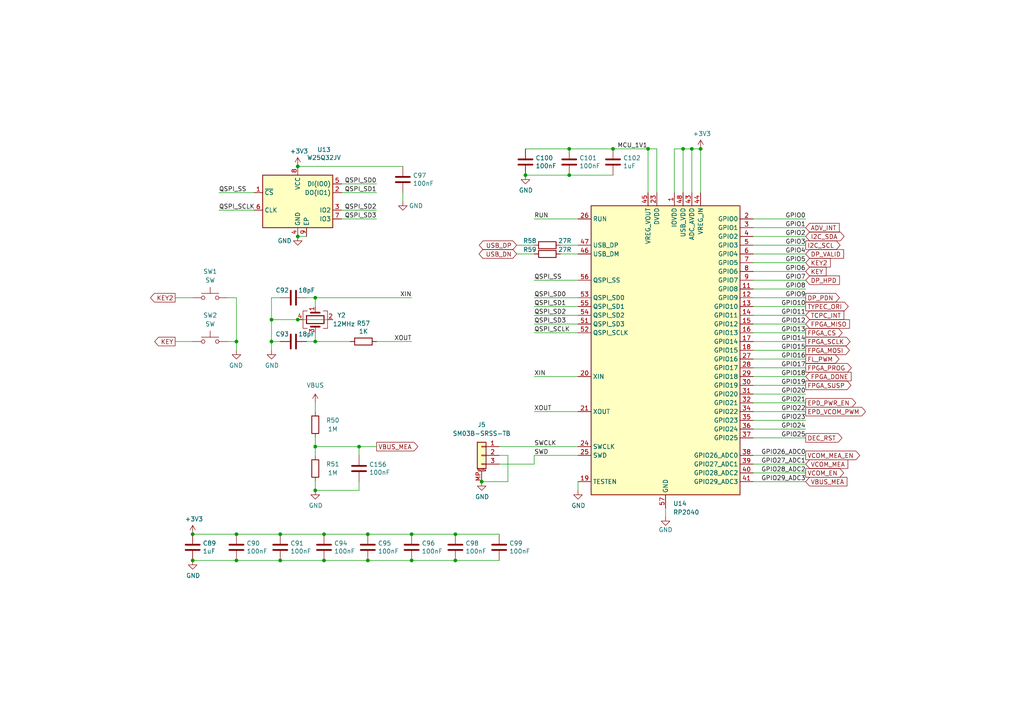
<source format=kicad_sch>
(kicad_sch (version 20231120) (generator "eeschema") (generator_version "8.0")
  (paper "A4")
  (title_block (title "Glider") (date "2024-05-09") (rev "R0.8") (company "Copyright 2024 Wenting Zhang"))
  (lib_symbols
    (symbol "Connector_Generic_MountingPin:Conn_01x03_MountingPin" (pin_names (offset 1.016) hide)
      (property "Reference" "J" (at 0 5.08 0))
      (property "Value" "Conn_01x03_MountingPin" (at 1.27 -5.08 0))
      (symbol "Conn_01x03_MountingPin_1_1"
        (rectangle (start -1.27 -2.413) (end 0 -2.667) (stroke (width 0.1524)))
        (rectangle (start -1.27 0.127) (end 0 -0.127) (stroke (width 0.1524)))
        (rectangle (start -1.27 2.667) (end 0 2.413) (stroke (width 0.1524)))
        (rectangle (start -1.27 3.81) (end 1.27 -3.81) (stroke (width 0.254)) (fill (type background)))
        (polyline (pts (xy -1.016 -4.572) (xy 1.016 -4.572)) (stroke (width 0.1524)))
        (text "Mounting" (at 0 -4.191 0) (effects (font (size 0.381 0.381))))
        (pin passive line (at -5.08 2.54 0) (length 3.81) (name "Pin_1") (number "1"))
        (pin passive line (at -5.08 0 0) (length 3.81) (name "Pin_2") (number "2"))
        (pin passive line (at -5.08 -2.54 0) (length 3.81) (name "Pin_3") (number "3"))
        (pin passive line (at 0 -7.62 90) (length 3.048) (name "MountPin") (number "MP"))
      )
    )
    (symbol "Device:C" (pin_numbers hide) (pin_names (offset 0.254))
      (property "Reference" "C" (at 0.635 2.54 0))
      (property "Value" "C" (at 0.635 -2.54 0))
      (symbol "C_0_1"
        (polyline (pts (xy -2.032 -0.762) (xy 2.032 -0.762)) (stroke (width 0.508)))
        (polyline (pts (xy -2.032 0.762) (xy 2.032 0.762)) (stroke (width 0.508)))
      )
      (symbol "C_1_1"
        (pin passive line (at 0 3.81 270) (length 2.794) (name "~") (number "1"))
        (pin passive line (at 0 -3.81 90) (length 2.794) (name "~") (number "2"))
      )
    )
    (symbol "Device:Crystal_GND24" (pin_names (offset 1.016) hide)
      (property "Reference" "Y" (at 3.175 5.08 0))
      (property "Value" "Crystal_GND24" (at 3.175 3.175 0))
      (symbol "Crystal_GND24_0_1"
        (rectangle (start -1.143 2.54) (end 1.143 -2.54) (stroke (width 0.3048)))
        (polyline (pts (xy -2.54 0) (xy -2.032 0)))
        (polyline (pts (xy -2.032 -1.27) (xy -2.032 1.27)) (stroke (width 0.508)))
        (polyline (pts (xy 0 -3.81) (xy 0 -3.556)))
        (polyline (pts (xy 0 3.556) (xy 0 3.81)))
        (polyline (pts (xy 2.032 -1.27) (xy 2.032 1.27)) (stroke (width 0.508)))
        (polyline (pts (xy 2.032 0) (xy 2.54 0)))
        (polyline (pts (xy -2.54 -2.286) (xy -2.54 -3.556) (xy 2.54 -3.556) (xy 2.54 -2.286)))
        (polyline (pts (xy -2.54 2.286) (xy -2.54 3.556) (xy 2.54 3.556) (xy 2.54 2.286)))
      )
      (symbol "Crystal_GND24_1_1"
        (pin passive line (at -3.81 0 0) (length 1.27) (name "1") (number "1"))
        (pin passive line (at 0 5.08 270) (length 1.27) (name "2") (number "2"))
        (pin passive line (at 3.81 0 180) (length 1.27) (name "3") (number "3"))
        (pin passive line (at 0 -5.08 90) (length 1.27) (name "4") (number "4"))
      )
    )
    (symbol "Device:R" (pin_numbers hide) (pin_names (offset 0))
      (property "Reference" "R" (at 2.032 0 90))
      (property "Value" "R" (at 0 0 90))
      (symbol "R_0_1"
        (rectangle (start -1.016 -2.54) (end 1.016 2.54) (stroke (width 0.254)))
      )
      (symbol "R_1_1"
        (pin passive line (at 0 3.81 270) (length 1.27) (name "~") (number "1"))
        (pin passive line (at 0 -3.81 90) (length 1.27) (name "~") (number "2"))
      )
    )
    (symbol "MCU_RaspberryPi:RP2040"
      (property "Reference" "U" (at 17.78 45.72 0))
      (property "Value" "RP2040" (at 17.78 43.18 0))
      (symbol "RP2040_0_1"
        (rectangle (start -21.59 41.91) (end 21.59 -41.91) (stroke (width 0.254)) (fill (type background)))
      )
      (symbol "RP2040_1_1"
        (pin power_in line (at 2.54 45.72 270) (length 3.81) (name "IOVDD") (number "1"))
        (pin passive line (at 2.54 45.72 270) (length 3.81) hide (name "IOVDD") (number "10"))
        (pin bidirectional line (at 25.4 17.78 180) (length 3.81) (name "GPIO8") (number "11"))
        (pin bidirectional line (at 25.4 15.24 180) (length 3.81) (name "GPIO9") (number "12"))
        (pin bidirectional line (at 25.4 12.7 180) (length 3.81) (name "GPIO10") (number "13"))
        (pin bidirectional line (at 25.4 10.16 180) (length 3.81) (name "GPIO11") (number "14"))
        (pin bidirectional line (at 25.4 7.62 180) (length 3.81) (name "GPIO12") (number "15"))
        (pin bidirectional line (at 25.4 5.08 180) (length 3.81) (name "GPIO13") (number "16"))
        (pin bidirectional line (at 25.4 2.54 180) (length 3.81) (name "GPIO14") (number "17"))
        (pin bidirectional line (at 25.4 0 180) (length 3.81) (name "GPIO15") (number "18"))
        (pin input line (at -25.4 -38.1 0) (length 3.81) (name "TESTEN") (number "19"))
        (pin bidirectional line (at 25.4 38.1 180) (length 3.81) (name "GPIO0") (number "2"))
        (pin input line (at -25.4 -7.62 0) (length 3.81) (name "XIN") (number "20"))
        (pin passive line (at -25.4 -17.78 0) (length 3.81) (name "XOUT") (number "21"))
        (pin passive line (at 2.54 45.72 270) (length 3.81) hide (name "IOVDD") (number "22"))
        (pin power_in line (at -2.54 45.72 270) (length 3.81) (name "DVDD") (number "23"))
        (pin input line (at -25.4 -27.94 0) (length 3.81) (name "SWCLK") (number "24"))
        (pin bidirectional line (at -25.4 -30.48 0) (length 3.81) (name "SWD") (number "25"))
        (pin input line (at -25.4 38.1 0) (length 3.81) (name "RUN") (number "26"))
        (pin bidirectional line (at 25.4 -2.54 180) (length 3.81) (name "GPIO16") (number "27"))
        (pin bidirectional line (at 25.4 -5.08 180) (length 3.81) (name "GPIO17") (number "28"))
        (pin bidirectional line (at 25.4 -7.62 180) (length 3.81) (name "GPIO18") (number "29"))
        (pin bidirectional line (at 25.4 35.56 180) (length 3.81) (name "GPIO1") (number "3"))
        (pin bidirectional line (at 25.4 -10.16 180) (length 3.81) (name "GPIO19") (number "30"))
        (pin bidirectional line (at 25.4 -12.7 180) (length 3.81) (name "GPIO20") (number "31"))
        (pin bidirectional line (at 25.4 -15.24 180) (length 3.81) (name "GPIO21") (number "32"))
        (pin passive line (at 2.54 45.72 270) (length 3.81) hide (name "IOVDD") (number "33"))
        (pin bidirectional line (at 25.4 -17.78 180) (length 3.81) (name "GPIO22") (number "34"))
        (pin bidirectional line (at 25.4 -20.32 180) (length 3.81) (name "GPIO23") (number "35"))
        (pin bidirectional line (at 25.4 -22.86 180) (length 3.81) (name "GPIO24") (number "36"))
        (pin bidirectional line (at 25.4 -25.4 180) (length 3.81) (name "GPIO25") (number "37"))
        (pin bidirectional line (at 25.4 -30.48 180) (length 3.81) (name "GPIO26_ADC0") (number "38"))
        (pin bidirectional line (at 25.4 -33.02 180) (length 3.81) (name "GPIO27_ADC1") (number "39"))
        (pin bidirectional line (at 25.4 33.02 180) (length 3.81) (name "GPIO2") (number "4"))
        (pin bidirectional line (at 25.4 -35.56 180) (length 3.81) (name "GPIO28_ADC2") (number "40"))
        (pin bidirectional line (at 25.4 -38.1 180) (length 3.81) (name "GPIO29_ADC3") (number "41"))
        (pin passive line (at 2.54 45.72 270) (length 3.81) hide (name "IOVDD") (number "42"))
        (pin power_in line (at 7.62 45.72 270) (length 3.81) (name "ADC_AVDD") (number "43"))
        (pin power_in line (at 10.16 45.72 270) (length 3.81) (name "VREG_IN") (number "44"))
        (pin power_out line (at -5.08 45.72 270) (length 3.81) (name "VREG_VOUT") (number "45"))
        (pin bidirectional line (at -25.4 27.94 0) (length 3.81) (name "USB_DM") (number "46"))
        (pin bidirectional line (at -25.4 30.48 0) (length 3.81) (name "USB_DP") (number "47"))
        (pin power_in line (at 5.08 45.72 270) (length 3.81) (name "USB_VDD") (number "48"))
        (pin passive line (at 2.54 45.72 270) (length 3.81) hide (name "IOVDD") (number "49"))
        (pin bidirectional line (at 25.4 30.48 180) (length 3.81) (name "GPIO3") (number "5"))
        (pin passive line (at -2.54 45.72 270) (length 3.81) hide (name "DVDD") (number "50"))
        (pin bidirectional line (at -25.4 7.62 0) (length 3.81) (name "QSPI_SD3") (number "51"))
        (pin output line (at -25.4 5.08 0) (length 3.81) (name "QSPI_SCLK") (number "52"))
        (pin bidirectional line (at -25.4 15.24 0) (length 3.81) (name "QSPI_SD0") (number "53"))
        (pin bidirectional line (at -25.4 10.16 0) (length 3.81) (name "QSPI_SD2") (number "54"))
        (pin bidirectional line (at -25.4 12.7 0) (length 3.81) (name "QSPI_SD1") (number "55"))
        (pin bidirectional line (at -25.4 20.32 0) (length 3.81) (name "QSPI_SS") (number "56"))
        (pin power_in line (at 0 -45.72 90) (length 3.81) (name "GND") (number "57"))
        (pin bidirectional line (at 25.4 27.94 180) (length 3.81) (name "GPIO4") (number "6"))
        (pin bidirectional line (at 25.4 25.4 180) (length 3.81) (name "GPIO5") (number "7"))
        (pin bidirectional line (at 25.4 22.86 180) (length 3.81) (name "GPIO6") (number "8"))
        (pin bidirectional line (at 25.4 20.32 180) (length 3.81) (name "GPIO7") (number "9"))
      )
    )
    (symbol "Memory_Flash:W25Q32JVZP"
      (property "Reference" "U" (at -8.89 8.89 0))
      (property "Value" "W25Q32JVZP" (at 7.62 8.89 0))
      (symbol "W25Q32JVZP_0_1"
        (rectangle (start -10.16 7.62) (end 10.16 -7.62) (stroke (width 0.254)) (fill (type background)))
      )
      (symbol "W25Q32JVZP_1_1"
        (pin input line (at -12.7 2.54 0) (length 2.54) (name "~{CS}") (number "1"))
        (pin bidirectional line (at 12.7 2.54 180) (length 2.54) (name "DO(IO1)") (number "2"))
        (pin bidirectional line (at 12.7 -2.54 180) (length 2.54) (name "IO2") (number "3"))
        (pin power_in line (at 0 -10.16 90) (length 2.54) (name "GND") (number "4"))
        (pin bidirectional line (at 12.7 5.08 180) (length 2.54) (name "DI(IO0)") (number "5"))
        (pin input line (at -12.7 -2.54 0) (length 2.54) (name "CLK") (number "6"))
        (pin bidirectional line (at 12.7 -5.08 180) (length 2.54) (name "IO3") (number "7"))
        (pin power_in line (at 0 10.16 270) (length 2.54) (name "VCC") (number "8"))
        (pin passive line (at 2.54 -10.16 90) (length 2.54) (name "EP") (number "9"))
      )
    )
    (symbol "Switch:SW_Push" (pin_numbers hide) (pin_names (offset 1.016) hide)
      (property "Reference" "SW" (at 1.27 2.54 0))
      (property "Value" "SW_Push" (at 0 -1.524 0))
      (symbol "SW_Push_0_1"
        (circle (center -2.032 0) (radius 0.508))
        (polyline (pts (xy 0 1.27) (xy 0 3.048)))
        (polyline (pts (xy 2.54 1.27) (xy -2.54 1.27)))
        (circle (center 2.032 0) (radius 0.508))
        (pin passive line (at -5.08 0 0) (length 2.54) (name "1") (number "1"))
        (pin passive line (at 5.08 0 180) (length 2.54) (name "2") (number "2"))
      )
    )
    (symbol "power:+3V3" (power) (pin_names (offset 0))
      (property "Value" "+3V3" (at 0 3.556 0))
      (symbol "+3V3_0_1"
        (polyline (pts (xy -0.762 1.27) (xy 0 2.54)))
        (polyline (pts (xy 0 0) (xy 0 2.54)))
        (polyline (pts (xy 0 2.54) (xy 0.762 1.27)))
      )
      (symbol "+3V3_1_1"
        (pin power_in line (at 0 0 90) (length 0) hide (name "+3V3") (number "1"))
      )
    )
    (symbol "power:GND" (power) (pin_names (offset 0))
      (property "Value" "GND" (at 0 -3.81 0))
      (symbol "GND_0_1"
        (polyline (pts (xy 0 0) (xy 0 -1.27) (xy 1.27 -1.27) (xy 0 -2.54) (xy -1.27 -1.27) (xy 0 -1.27)))
      )
      (symbol "GND_1_1"
        (pin power_in line (at 0 0 270) (length 0) hide (name "GND") (number "1"))
      )
    )
    (symbol "power:VBUS" (power) (pin_names (offset 0))
      (property "Value" "VBUS" (at 0 3.81 0))
      (symbol "VBUS_0_1"
        (polyline (pts (xy -0.762 1.27) (xy 0 2.54)))
        (polyline (pts (xy 0 0) (xy 0 2.54)))
        (polyline (pts (xy 0 2.54) (xy 0.762 1.27)))
      )
      (symbol "VBUS_1_1"
        (pin power_in line (at 0 0 90) (length 0) hide (name "VBUS") (number "1"))
      )
    )
  )
  (junction (at 139.7 139.7))
  (junction (at 187.96 43.18) (diameter 0.9144))
  (junction (at 81.28 162.56) (diameter 0.9144))
  (junction (at 177.8 43.18))
  (junction (at 119.38 162.56) (diameter 0.9144))
  (junction (at 152.4 50.8))
  (junction (at 91.44 99.06) (diameter 0.9144))
  (junction (at 93.98 154.94) (diameter 0.9144))
  (junction (at 132.08 154.94) (diameter 0.9144))
  (junction (at 106.68 162.56) (diameter 0.9144))
  (junction (at 86.36 92.71) (diameter 0.9144))
  (junction (at 55.88 162.56) (diameter 0.9144))
  (junction (at 119.38 154.94) (diameter 0.9144))
  (junction (at 91.44 86.36) (diameter 0.9144))
  (junction (at 86.36 48.26))
  (junction (at 68.58 154.94) (diameter 0.9144))
  (junction (at 68.58 99.06))
  (junction (at 165.1 50.8) (diameter 0.9144))
  (junction (at 68.58 162.56) (diameter 0.9144))
  (junction (at 78.74 92.71) (diameter 0.9144))
  (junction (at 78.74 99.06) (diameter 0.9144))
  (junction (at 203.2 43.18) (diameter 0.9144))
  (junction (at 165.1 43.18) (diameter 0.9144))
  (junction (at 198.12 43.18))
  (junction (at 91.44 142.24))
  (junction (at 81.28 154.94) (diameter 0.9144))
  (junction (at 106.68 154.94) (diameter 0.9144))
  (junction (at 200.66 43.18))
  (junction (at 93.98 162.56) (diameter 0.9144))
  (junction (at 132.08 162.56) (diameter 0.9144))
  (junction (at 55.88 154.94) (diameter 0.9144))
  (junction (at 86.36 68.58))
  (junction (at 104.14 129.54))
  (junction (at 91.44 129.54))
  (wire (pts (xy 218.44 66.04) (xy 233.68 66.04)))
  (wire (pts (xy 116.84 55.88) (xy 116.84 58.42)))
  (wire (pts (xy 152.4 43.18) (xy 165.1 43.18)))
  (wire (pts (xy 104.14 132.08) (xy 104.14 129.54)))
  (wire (pts (xy 218.44 127) (xy 233.68 127)))
  (wire (pts (xy 144.78 132.08) (xy 147.32 132.08)))
  (wire (pts (xy 198.12 43.18) (xy 200.66 43.18)))
  (wire (pts (xy 91.44 88.9) (xy 91.44 86.36)))
  (wire (pts (xy 144.78 134.62) (xy 154.94 134.62)))
  (wire (pts (xy 149.86 73.66) (xy 154.94 73.66)))
  (wire (pts (xy 167.64 81.28) (xy 154.94 81.28)))
  (wire (pts (xy 50.8 99.06) (xy 55.88 99.06)))
  (wire (pts (xy 203.2 43.18) (xy 203.2 55.88)))
  (wire (pts (xy 200.66 55.88) (xy 200.66 43.18)))
  (wire (pts (xy 91.44 129.54) (xy 104.14 129.54)))
  (wire (pts (xy 104.14 139.7) (xy 104.14 142.24)))
  (wire (pts (xy 68.58 86.36) (xy 68.58 99.06)))
  (wire (pts (xy 86.36 68.58) (xy 88.9 68.58)))
  (wire (pts (xy 109.22 99.06) (xy 119.38 99.06)))
  (wire (pts (xy 91.44 127) (xy 91.44 129.54)))
  (wire (pts (xy 106.68 162.56) (xy 119.38 162.56)))
  (wire (pts (xy 78.74 99.06) (xy 81.28 99.06)))
  (wire (pts (xy 167.64 132.08) (xy 154.94 132.08)))
  (wire (pts (xy 91.44 99.06) (xy 88.9 99.06)))
  (wire (pts (xy 187.96 43.18) (xy 187.96 55.88)))
  (wire (pts (xy 78.74 99.06) (xy 78.74 101.6)))
  (wire (pts (xy 218.44 73.66) (xy 233.68 73.66)))
  (wire (pts (xy 190.5 43.18) (xy 187.96 43.18)))
  (wire (pts (xy 167.64 139.7) (xy 167.64 142.24)))
  (wire (pts (xy 167.64 119.38) (xy 154.94 119.38)))
  (wire (pts (xy 218.44 111.76) (xy 233.68 111.76)))
  (wire (pts (xy 104.14 142.24) (xy 91.44 142.24)))
  (wire (pts (xy 218.44 93.98) (xy 233.68 93.98)))
  (wire (pts (xy 99.06 55.88) (xy 109.22 55.88)))
  (wire (pts (xy 152.4 50.8) (xy 165.1 50.8)))
  (wire (pts (xy 198.12 55.88) (xy 198.12 43.18)))
  (wire (pts (xy 81.28 154.94) (xy 93.98 154.94)))
  (wire (pts (xy 63.5 55.88) (xy 73.66 55.88)))
  (wire (pts (xy 88.9 86.36) (xy 91.44 86.36)))
  (wire (pts (xy 218.44 114.3) (xy 233.68 114.3)))
  (wire (pts (xy 91.44 86.36) (xy 119.38 86.36)))
  (wire (pts (xy 218.44 71.12) (xy 233.68 71.12)))
  (wire (pts (xy 154.94 63.5) (xy 167.64 63.5)))
  (wire (pts (xy 78.74 86.36) (xy 78.74 92.71)))
  (wire (pts (xy 91.44 139.7) (xy 91.44 142.24)))
  (wire (pts (xy 96.52 92.71) (xy 86.36 92.71)))
  (wire (pts (xy 218.44 78.74) (xy 233.68 78.74)))
  (wire (pts (xy 78.74 92.71) (xy 86.36 92.71)))
  (wire (pts (xy 50.8 86.36) (xy 55.88 86.36)))
  (wire (pts (xy 132.08 162.56) (xy 144.78 162.56)))
  (wire (pts (xy 144.78 129.54) (xy 167.64 129.54)))
  (wire (pts (xy 106.68 154.94) (xy 119.38 154.94)))
  (wire (pts (xy 218.44 83.82) (xy 233.68 83.82)))
  (wire (pts (xy 91.44 96.52) (xy 91.44 99.06)))
  (wire (pts (xy 132.08 154.94) (xy 144.78 154.94)))
  (wire (pts (xy 165.1 50.8) (xy 177.8 50.8)))
  (wire (pts (xy 154.94 109.22) (xy 167.64 109.22)))
  (wire (pts (xy 154.94 93.98) (xy 167.64 93.98)))
  (wire (pts (xy 193.04 147.32) (xy 193.04 149.86)))
  (wire (pts (xy 147.32 139.7) (xy 139.7 139.7)))
  (wire (pts (xy 218.44 76.2) (xy 233.68 76.2)))
  (wire (pts (xy 154.94 134.62) (xy 154.94 132.08)))
  (wire (pts (xy 162.56 71.12) (xy 167.64 71.12)))
  (wire (pts (xy 218.44 99.06) (xy 233.68 99.06)))
  (wire (pts (xy 218.44 134.62) (xy 233.68 134.62)))
  (wire (pts (xy 68.58 154.94) (xy 81.28 154.94)))
  (wire (pts (xy 218.44 63.5) (xy 233.68 63.5)))
  (wire (pts (xy 218.44 68.58) (xy 233.68 68.58)))
  (wire (pts (xy 165.1 43.18) (xy 177.8 43.18)))
  (wire (pts (xy 218.44 104.14) (xy 233.68 104.14)))
  (wire (pts (xy 218.44 119.38) (xy 233.68 119.38)))
  (wire (pts (xy 81.28 86.36) (xy 78.74 86.36)))
  (wire (pts (xy 218.44 96.52) (xy 233.68 96.52)))
  (wire (pts (xy 93.98 162.56) (xy 106.68 162.56)))
  (wire (pts (xy 119.38 154.94) (xy 132.08 154.94)))
  (wire (pts (xy 104.14 129.54) (xy 109.22 129.54)))
  (wire (pts (xy 195.58 43.18) (xy 198.12 43.18)))
  (wire (pts (xy 190.5 55.88) (xy 190.5 43.18)))
  (wire (pts (xy 218.44 121.92) (xy 233.68 121.92)))
  (wire (pts (xy 177.8 43.18) (xy 187.96 43.18)))
  (wire (pts (xy 55.88 162.56) (xy 68.58 162.56)))
  (wire (pts (xy 93.98 154.94) (xy 106.68 154.94)))
  (wire (pts (xy 218.44 132.08) (xy 233.68 132.08)))
  (wire (pts (xy 218.44 137.16) (xy 233.68 137.16)))
  (wire (pts (xy 68.58 99.06) (xy 68.58 101.6)))
  (wire (pts (xy 91.44 132.08) (xy 91.44 129.54)))
  (wire (pts (xy 218.44 124.46) (xy 233.68 124.46)))
  (wire (pts (xy 101.6 99.06) (xy 91.44 99.06)))
  (wire (pts (xy 167.64 96.52) (xy 154.94 96.52)))
  (wire (pts (xy 218.44 139.7) (xy 233.68 139.7)))
  (wire (pts (xy 149.86 71.12) (xy 154.94 71.12)))
  (wire (pts (xy 55.88 154.94) (xy 68.58 154.94)))
  (wire (pts (xy 218.44 86.36) (xy 233.68 86.36)))
  (wire (pts (xy 99.06 53.34) (xy 109.22 53.34)))
  (wire (pts (xy 86.36 48.26) (xy 116.84 48.26)))
  (wire (pts (xy 218.44 109.22) (xy 233.68 109.22)))
  (wire (pts (xy 218.44 116.84) (xy 233.68 116.84)))
  (wire (pts (xy 99.06 60.96) (xy 109.22 60.96)))
  (wire (pts (xy 63.5 60.96) (xy 73.66 60.96)))
  (wire (pts (xy 154.94 86.36) (xy 167.64 86.36)))
  (wire (pts (xy 162.56 73.66) (xy 167.64 73.66)))
  (wire (pts (xy 81.28 162.56) (xy 93.98 162.56)))
  (wire (pts (xy 218.44 88.9) (xy 233.68 88.9)))
  (wire (pts (xy 78.74 92.71) (xy 78.74 99.06)))
  (wire (pts (xy 147.32 132.08) (xy 147.32 139.7)))
  (wire (pts (xy 218.44 106.68) (xy 233.68 106.68)))
  (wire (pts (xy 218.44 101.6) (xy 233.68 101.6)))
  (wire (pts (xy 195.58 43.18) (xy 195.58 55.88)))
  (wire (pts (xy 68.58 162.56) (xy 81.28 162.56)))
  (wire (pts (xy 66.04 86.36) (xy 68.58 86.36)))
  (wire (pts (xy 218.44 81.28) (xy 233.68 81.28)))
  (wire (pts (xy 200.66 43.18) (xy 203.2 43.18)))
  (wire (pts (xy 91.44 116.84) (xy 91.44 119.38)))
  (wire (pts (xy 119.38 162.56) (xy 132.08 162.56)))
  (wire (pts (xy 66.04 99.06) (xy 68.58 99.06)))
  (wire (pts (xy 154.94 91.44) (xy 167.64 91.44)))
  (wire (pts (xy 99.06 63.5) (xy 109.22 63.5)))
  (wire (pts (xy 154.94 88.9) (xy 167.64 88.9)))
  (wire (pts (xy 218.44 91.44) (xy 233.68 91.44)))
  (label "XIN" (at 119.38 86.36 180))
  (label "QSPI_SD2" (at 109.22 60.96 180))
  (label "QSPI_SD0" (at 154.94 86.36 0))
  (label "GPIO4" (at 233.68 73.66 180))
  (label "QSPI_SD3" (at 109.22 63.5 180))
  (label "XOUT" (at 119.38 99.06 180))
  (label "GPIO27_ADC1" (at 233.68 134.62 180))
  (label "GPIO13" (at 233.68 96.52 180))
  (label "QSPI_SD0" (at 109.22 53.34 180))
  (label "GPIO23" (at 233.68 121.92 180))
  (label "QSPI_SS" (at 63.5 55.88 0))
  (label "GPIO11" (at 233.68 91.44 180))
  (label "GPIO20" (at 233.68 114.3 180))
  (label "XIN" (at 154.94 109.22 0))
  (label "GPIO14" (at 233.68 99.06 180))
  (label "QSPI_SD1" (at 154.94 88.9 0))
  (label "GPIO5" (at 233.68 76.2 180))
  (label "GPIO16" (at 233.68 104.14 180))
  (label "GPIO26_ADC0" (at 233.68 132.08 180))
  (label "GPIO0" (at 233.68 63.5 180))
  (label "GPIO9" (at 233.68 86.36 180))
  (label "GPIO7" (at 233.68 81.28 180))
  (label "XOUT" (at 154.94 119.38 0))
  (label "QSPI_SCLK" (at 63.5 60.96 0))
  (label "GPIO21" (at 233.68 116.84 180))
  (label "GPIO22" (at 233.68 119.38 180))
  (label "QSPI_SD1" (at 109.22 55.88 180))
  (label "SWCLK" (at 154.94 129.54 0))
  (label "GPIO18" (at 233.68 109.22 180))
  (label "GPIO6" (at 233.68 78.74 180))
  (label "SWD" (at 154.94 132.08 0))
  (label "RUN" (at 154.94 63.5 0))
  (label "GPIO15" (at 233.68 101.6 180))
  (label "GPIO10" (at 233.68 88.9 180))
  (label "QSPI_SS" (at 154.94 81.28 0))
  (label "GPIO12" (at 233.68 93.98 180))
  (label "GPIO19" (at 233.68 111.76 180))
  (label "GPIO24" (at 233.68 124.46 180))
  (label "QSPI_SD2" (at 154.94 91.44 0))
  (label "GPIO8" (at 233.68 83.82 180))
  (label "QSPI_SCLK" (at 154.94 96.52 0))
  (label "QSPI_SD3" (at 154.94 93.98 0))
  (label "GPIO17" (at 233.68 106.68 180))
  (label "MCU_1V1" (at 179.07 43.18 0))
  (label "GPIO1" (at 233.68 66.04 180))
  (label "GPIO28_ADC2" (at 233.68 137.16 180))
  (label "GPIO2" (at 233.68 68.58 180))
  (label "GPIO3" (at 233.68 71.12 180))
  (label "GPIO29_ADC3" (at 233.68 139.7 180))
  (label "GPIO25" (at 233.68 127 180))
  (global_label "DP_VALID" (shape input) (at 233.68 73.66 0) (property "Intersheetrefs" "${INTERSHEET_REFS}" (effects (hide yes))))
  (global_label "VCOM_MEA_EN" (shape output) (at 233.68 132.08 0) (property "Intersheetrefs" "${INTERSHEET_REFS}" (effects (hide yes))))
  (global_label "I2C_SDA" (shape bidirectional) (at 233.68 68.58 0) (property "Intersheetrefs" "${INTERSHEET_REFS}" (effects (hide yes))))
  (global_label "VBUS_MEA" (shape output) (at 109.22 129.54 0) (property "Intersheetrefs" "${INTERSHEET_REFS}" (effects (hide yes))))
  (global_label "TCPC_INT" (shape input) (at 233.68 91.44 0) (property "Intersheetrefs" "${INTERSHEET_REFS}" (effects (hide yes))))
  (global_label "FPGA_MISO" (shape input) (at 233.68 93.98 0) (property "Intersheetrefs" "${INTERSHEET_REFS}" (effects (hide yes))))
  (global_label "TYPEC_ORI" (shape output) (at 233.68 88.9 0) (property "Intersheetrefs" "${INTERSHEET_REFS}" (effects (hide yes))))
  (global_label "FPGA_CS" (shape output) (at 233.68 96.52 0) (property "Intersheetrefs" "${INTERSHEET_REFS}" (effects (hide yes))))
  (global_label "KEY" (shape output) (at 50.8 99.06 180) (property "Intersheetrefs" "${INTERSHEET_REFS}" (effects (hide yes))))
  (global_label "FPGA_SUSP" (shape output) (at 233.68 111.76 0) (property "Intersheetrefs" "${INTERSHEET_REFS}" (effects (hide yes))))
  (global_label "KEY2" (shape input) (at 233.68 76.2 0) (property "Intersheetrefs" "${INTERSHEET_REFS}" (effects (hide yes))))
  (global_label "I2C_SCL" (shape output) (at 233.68 71.12 0) (property "Intersheetrefs" "${INTERSHEET_REFS}" (effects (hide yes))))
  (global_label "FPGA_SCLK" (shape output) (at 233.68 99.06 0) (property "Intersheetrefs" "${INTERSHEET_REFS}" (effects (hide yes))))
  (global_label "USB_DP" (shape bidirectional) (at 149.86 71.12 180) (property "Intersheetrefs" "${INTERSHEET_REFS}" (effects (hide yes))))
  (global_label "KEY" (shape input) (at 233.68 78.74 0) (property "Intersheetrefs" "${INTERSHEET_REFS}" (effects (hide yes))))
  (global_label "EPD_PWR_EN" (shape output) (at 233.68 116.84 0) (property "Intersheetrefs" "${INTERSHEET_REFS}" (effects (hide yes))))
  (global_label "USB_DN" (shape bidirectional) (at 149.86 73.66 180) (property "Intersheetrefs" "${INTERSHEET_REFS}" (effects (hide yes))))
  (global_label "FPGA_PROG" (shape output) (at 233.68 106.68 0) (property "Intersheetrefs" "${INTERSHEET_REFS}" (effects (hide yes))))
  (global_label "FPGA_DONE" (shape input) (at 233.68 109.22 0) (property "Intersheetrefs" "${INTERSHEET_REFS}" (effects (hide yes))))
  (global_label "FPGA_MOSI" (shape output) (at 233.68 101.6 0) (property "Intersheetrefs" "${INTERSHEET_REFS}" (effects (hide yes))))
  (global_label "ADV_INT" (shape input) (at 233.68 66.04 0) (property "Intersheetrefs" "${INTERSHEET_REFS}" (effects (hide yes))))
  (global_label "DEC_RST" (shape output) (at 233.68 127 0) (property "Intersheetrefs" "${INTERSHEET_REFS}" (effects (hide yes))))
  (global_label "DP_PDN" (shape output) (at 233.68 86.36 0) (property "Intersheetrefs" "${INTERSHEET_REFS}" (effects (hide yes))))
  (global_label "DP_HPD" (shape input) (at 233.68 81.28 0) (property "Intersheetrefs" "${INTERSHEET_REFS}" (effects (hide yes))))
  (global_label "FL_PWM" (shape output) (at 233.68 104.14 0) (property "Intersheetrefs" "${INTERSHEET_REFS}" (effects (hide yes))))
  (global_label "KEY2" (shape output) (at 50.8 86.36 180) (property "Intersheetrefs" "${INTERSHEET_REFS}" (effects (hide yes))))
  (global_label "VCOM_MEA" (shape input) (at 233.68 134.62 0) (property "Intersheetrefs" "${INTERSHEET_REFS}" (effects (hide yes))))
  (global_label "VBUS_MEA" (shape input) (at 233.68 139.7 0) (property "Intersheetrefs" "${INTERSHEET_REFS}" (effects (hide yes))))
  (global_label "EPD_VCOM_PWM" (shape output) (at 233.68 119.38 0) (property "Intersheetrefs" "${INTERSHEET_REFS}" (effects (hide yes))))
  (global_label "VCOM_EN" (shape output) (at 233.68 137.16 0) (property "Intersheetrefs" "${INTERSHEET_REFS}" (effects (hide yes))))
  (symbol (lib_id "Device:C") (at 81.28 158.75 0) (unit 1)
    (property "Reference" "C91" (at 84.201 157.5816 0) (effects (justify left)))
    (property "Value" "100nF" (at 84.201 159.893 0) (effects (justify left)))
    (property "Footprint" "Capacitor_SMD:C_0402_1005Metric" (effects (hide yes)))
  )
  (symbol (lib_id "power:GND") (at 152.4 50.8 0) (unit 1)
    (property "Reference" "#PWR0137" (effects (hide yes)))
    (property "Value" "GND" (at 152.527 55.1942 0))
  )
  (symbol (lib_id "Switch:SW_Push") (at 60.96 86.36 0) (unit 1)
    (property "Reference" "SW1" (at 60.96 78.74 0))
    (property "Value" "SW" (at 60.96 81.28 0))
    (property "Footprint" "Button_Switch_SMD:Panasonic_EVQPUL_EVQPUC" (effects (hide yes)))
  )
  (symbol (lib_id "power:GND") (at 167.64 142.24 0) (unit 1)
    (property "Reference" "#PWR0138" (effects (hide yes)))
    (property "Value" "GND" (at 167.767 146.6342 0))
  )
  (symbol (lib_id "Device:R") (at 105.41 99.06 270) (unit 1)
    (property "Reference" "R57" (at 105.41 93.8022 90))
    (property "Value" "1K" (at 105.41 96.1136 90))
    (property "Footprint" "Resistor_SMD:R_0402_1005Metric" (effects (hide yes)))
  )
  (symbol (lib_id "power:+3V3") (at 203.2 43.18 0) (unit 1)
    (property "Reference" "#PWR0140" (effects (hide yes)))
    (property "Value" "+3V3" (at 203.581 38.7858 0))
  )
  (symbol (lib_id "power:VBUS") (at 91.44 116.84 0) (unit 1)
    (property "Reference" "#PWR0176" (effects (hide yes)))
    (property "Value" "VBUS" (at 91.44 111.76 0))
  )
  (symbol (lib_id "Device:C") (at 93.98 158.75 0) (unit 1)
    (property "Reference" "C94" (at 96.901 157.5816 0) (effects (justify left)))
    (property "Value" "100nF" (at 96.901 159.893 0) (effects (justify left)))
    (property "Footprint" "Capacitor_SMD:C_0402_1005Metric" (effects (hide yes)))
  )
  (symbol (lib_id "power:GND") (at 78.74 101.6 0) (unit 1)
    (property "Reference" "#PWR0133" (effects (hide yes)))
    (property "Value" "GND" (at 78.867 105.9942 0))
  )
  (symbol (lib_id "Device:C") (at 119.38 158.75 0) (unit 1)
    (property "Reference" "C96" (at 122.301 157.5816 0) (effects (justify left)))
    (property "Value" "100nF" (at 122.301 159.893 0) (effects (justify left)))
    (property "Footprint" "Capacitor_SMD:C_0402_1005Metric" (effects (hide yes)))
  )
  (symbol (lib_id "Device:C") (at 68.58 158.75 0) (unit 1)
    (property "Reference" "C90" (at 71.501 157.5816 0) (effects (justify left)))
    (property "Value" "100nF" (at 71.501 159.893 0) (effects (justify left)))
    (property "Footprint" "Capacitor_SMD:C_0402_1005Metric" (effects (hide yes)))
  )
  (symbol (lib_id "Device:C") (at 55.88 158.75 0) (unit 1)
    (property "Reference" "C89" (at 58.801 157.582 0) (effects (justify left)))
    (property "Value" "1uF" (at 58.801 159.893 0) (effects (justify left)))
    (property "Footprint" "Capacitor_SMD:C_0402_1005Metric" (effects (hide yes)))
  )
  (symbol (lib_id "power:GND") (at 193.04 149.86 0) (unit 1)
    (property "Reference" "#PWR0139" (effects (hide yes)))
    (property "Value" "GND" (at 193.04 153.67 0))
  )
  (symbol (lib_id "Device:C") (at 165.1 46.99 0) (unit 1)
    (property "Reference" "C101" (at 168.021 45.8216 0) (effects (justify left)))
    (property "Value" "100nF" (at 168.021 48.133 0) (effects (justify left)))
    (property "Footprint" "Capacitor_SMD:C_0402_1005Metric" (effects (hide yes)))
  )
  (symbol (lib_id "Device:C") (at 116.84 52.07 0) (unit 1)
    (property "Reference" "C97" (at 119.761 50.9016 0) (effects (justify left)))
    (property "Value" "100nF" (at 119.761 53.213 0) (effects (justify left)))
    (property "Footprint" "Capacitor_SMD:C_0402_1005Metric" (effects (hide yes)))
  )
  (symbol (lib_id "Device:R") (at 158.75 73.66 90) (mirror x) (unit 1)
    (property "Reference" "R59" (at 153.67 72.39 90))
    (property "Value" "27R" (at 163.83 72.39 90))
    (property "Footprint" "Resistor_SMD:R_0402_1005Metric" (effects (hide yes)))
  )
  (symbol (lib_id "Device:C") (at 104.14 135.89 0) (unit 1)
    (property "Reference" "C156" (at 107.061 134.7216 0) (effects (justify left)))
    (property "Value" "100nF" (at 107.061 137.033 0) (effects (justify left)))
    (property "Footprint" "Capacitor_SMD:C_0402_1005Metric" (effects (hide yes)))
  )
  (symbol (lib_id "Device:C") (at 132.08 158.75 0) (unit 1)
    (property "Reference" "C98" (at 135.001 157.5816 0) (effects (justify left)))
    (property "Value" "100nF" (at 135.001 159.893 0) (effects (justify left)))
    (property "Footprint" "Capacitor_SMD:C_0402_1005Metric" (effects (hide yes)))
  )
  (symbol (lib_id "power:+3V3") (at 55.88 154.94 0) (unit 1)
    (property "Reference" "#PWR0130" (effects (hide yes)))
    (property "Value" "+3V3" (at 56.261 150.5458 0))
  )
  (symbol (lib_id "Device:C") (at 106.68 158.75 0) (unit 1)
    (property "Reference" "C95" (at 109.601 157.5816 0) (effects (justify left)))
    (property "Value" "100nF" (at 109.601 159.893 0) (effects (justify left)))
    (property "Footprint" "Capacitor_SMD:C_0402_1005Metric" (effects (hide yes)))
  )
  (symbol (lib_id "power:GND") (at 91.44 142.24 0) (unit 1)
    (property "Reference" "#PWR074" (effects (hide yes)))
    (property "Value" "GND" (at 91.567 146.6342 0))
  )
  (symbol (lib_id "Device:C") (at 85.09 86.36 270) (unit 1)
    (property "Reference" "C92" (at 79.9084 84.201 90) (effects (justify left)))
    (property "Value" "18pF" (at 86.487 84.201 90) (effects (justify left)))
    (property "Footprint" "Capacitor_SMD:C_0402_1005Metric" (effects (hide yes)))
  )
  (symbol (lib_id "power:GND") (at 116.84 58.42 0) (unit 1)
    (property "Reference" "#PWR0136" (effects (hide yes)))
    (property "Value" "GND" (at 120.65 59.69 0))
  )
  (symbol (lib_id "power:GND") (at 68.58 101.6 0) (mirror y) (unit 1)
    (property "Reference" "#PWR0132" (effects (hide yes)))
    (property "Value" "GND" (at 68.453 105.9942 0))
  )
  (symbol (lib_id "Device:C") (at 177.8 46.99 0) (unit 1)
    (property "Reference" "C102" (at 180.721 45.8216 0) (effects (justify left)))
    (property "Value" "1uF" (at 180.721 48.133 0) (effects (justify left)))
    (property "Footprint" "Capacitor_SMD:C_0402_1005Metric" (effects (hide yes)))
  )
  (symbol (lib_id "power:GND") (at 55.88 162.56 0) (unit 1)
    (property "Reference" "#PWR0131" (effects (hide yes)))
    (property "Value" "GND" (at 56.007 166.9542 0))
  )
  (symbol (lib_id "power:GND") (at 139.7 139.7 0) (unit 1)
    (property "Reference" "#PWR0144" (effects (hide yes)))
    (property "Value" "GND" (at 139.827 144.0942 0))
  )
  (symbol (lib_id "Switch:SW_Push") (at 60.96 99.06 0) (unit 1)
    (property "Reference" "SW2" (at 60.96 91.44 0))
    (property "Value" "SW" (at 60.96 93.98 0))
    (property "Footprint" "Button_Switch_SMD:Panasonic_EVQPUL_EVQPUC" (effects (hide yes)))
  )
  (symbol (lib_id "Device:R") (at 91.44 135.89 0) (mirror y) (unit 1)
    (property "Reference" "R51" (at 96.52 134.62 0))
    (property "Value" "1M" (at 96.52 137.16 0))
    (property "Footprint" "Resistor_SMD:R_0402_1005Metric" (effects (hide yes)))
  )
  (symbol (lib_id "Memory_Flash:W25Q32JVZP") (at 86.36 58.42 0) (unit 1)
    (property "Reference" "U13" (at 93.98 43.409 0))
    (property "Value" "W25Q32JV" (at 93.98 45.72 0))
    (property "Footprint" "Package_SON:WSON-8-1EP_6x5mm_P1.27mm_EP3.4x4.3mm" (effects (hide yes)))
    (property "Datasheet" "http://www.winbond.com/resource-files/w25q32jv%20revg%2003272018%20plus.pdf" (effects (hide yes)))
    (property "Ref.Price" "0.9559" (effects (hide yes)))
  )
  (symbol (lib_id "power:+3V3") (at 86.36 48.26 0) (unit 1)
    (property "Reference" "#PWR0134" (effects (hide yes)))
    (property "Value" "+3V3" (at 86.741 43.8658 0))
  )
  (symbol (lib_id "Device:C") (at 85.09 99.06 270) (unit 1)
    (property "Reference" "C93" (at 79.9084 96.901 90) (effects (justify left)))
    (property "Value" "18pF" (at 86.487 96.901 90) (effects (justify left)))
    (property "Footprint" "Capacitor_SMD:C_0402_1005Metric" (effects (hide yes)))
  )
  (symbol (lib_id "power:GND") (at 86.36 68.58 0) (unit 1)
    (property "Reference" "#PWR0135" (effects (hide yes)))
    (property "Value" "GND" (at 82.55 69.85 0))
  )
  (symbol (lib_id "Device:C") (at 152.4 46.99 0) (unit 1)
    (property "Reference" "C100" (at 155.321 45.8216 0) (effects (justify left)))
    (property "Value" "100nF" (at 155.321 48.133 0) (effects (justify left)))
    (property "Footprint" "Capacitor_SMD:C_0402_1005Metric" (effects (hide yes)))
  )
  (symbol (lib_id "Device:C") (at 144.78 158.75 0) (unit 1)
    (property "Reference" "C99" (at 147.701 157.5816 0) (effects (justify left)))
    (property "Value" "100nF" (at 147.701 159.893 0) (effects (justify left)))
    (property "Footprint" "Capacitor_SMD:C_0402_1005Metric" (effects (hide yes)))
  )
  (symbol (lib_id "Device:R") (at 91.44 123.19 0) (mirror y) (unit 1)
    (property "Reference" "R50" (at 96.52 121.92 0))
    (property "Value" "1M" (at 96.52 124.46 0))
    (property "Footprint" "Resistor_SMD:R_0402_1005Metric" (effects (hide yes)))
  )
  (symbol (lib_id "Connector_Generic_MountingPin:Conn_01x03_MountingPin") (at 139.7 132.08 0) (mirror y) (unit 1)
    (property "Reference" "J5" (at 139.7 123.19 0))
    (property "Value" "SM03B-SRSS-TB" (at 139.7 125.73 0))
    (property "Footprint" "Connector_JST:JST_SH_SM03B-SRSS-TB_1x03-1MP_P1.00mm_Horizontal" (effects (hide yes)))
  )
  (symbol (lib_id "Device:R") (at 158.75 71.12 90) (mirror x) (unit 1)
    (property "Reference" "R58" (at 153.67 69.85 90))
    (property "Value" "27R" (at 163.83 69.85 90))
    (property "Footprint" "Resistor_SMD:R_0402_1005Metric" (effects (hide yes)))
  )
  (symbol (lib_id "Device:Crystal_GND24") (at 91.44 92.71 270) (unit 1)
    (property "Reference" "Y2" (at 97.79 91.44 90) (effects (justify left)))
    (property "Value" "12MHz" (at 96.52 93.98 90) (effects (justify left)))
    (property "Footprint" "Crystal:Crystal_SMD_3225-4Pin_3.2x2.5mm" (effects (hide yes)))
  )
  (symbol (lib_id "MCU_RaspberryPi:RP2040") (at 193.04 101.6 0) (unit 1)
    (property "Reference" "U14" (at 195.2341 146.05 0) (effects (justify left)))
    (property "Value" "RP2040" (at 195.2341 148.59 0) (effects (justify left)))
    (property "Footprint" "footprints:RP2040-QFN-56" (effects (hide yes)))
    (property "Datasheet" "https://datasheets.raspberrypi.com/rp2040/rp2040-datasheet.pdf" (effects (hide yes)))
  )
)
</source>
